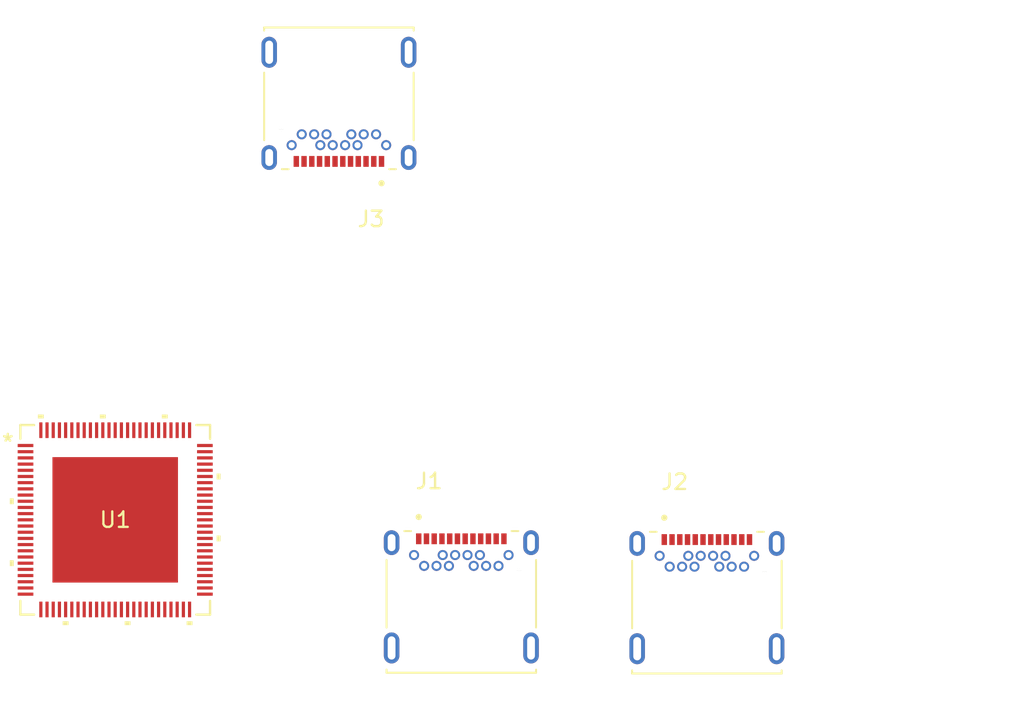
<source format=kicad_pcb>
(kicad_pcb (version 20240108) (generator "pcbnew") (generator_version "8.0")
  (layers (0 "F.Cu" signal) (31 "B.Cu" signal) (34 "B.Paste" user) (35 "F.Paste" user) (36 "B.SilkS" user "B.Silkscreen") (37 "F.SilkS" user "F.Silkscreen") (38 "B.Mask" user) (39 "F.Mask" user) (44 "Edge.Cuts" user))
  (net 0 "")
  (net 74 "Net-(J3-SSTXP1)")
  (footprint "usbcthing:CUI_UJ32-C-H-G-SMT-TR-68" (layer "F.Cu") (at 81 59.15)
    (property "Reference" "J2" (at -2.075 -8.55 0) (layer "F.SilkS"))
    (property "Value" "UJ32-C-H-G-SMT-TR-68")
    (fp_line (start -4.825 -3.455) (end -4.825 0.905) (stroke (width 0.127)) (layer "F.SilkS"))
    (fp_line (start -4.825 3.625) (end -4.825 3.825) (stroke (width 0.127)) (layer "F.SilkS"))
    (fp_line (start -4.825 3.825) (end 4.825 3.825) (stroke (width 0.127)) (layer "F.SilkS"))
    (fp_line (start -3.68 -5.325) (end -3.245 -5.325) (stroke (width 0.127)) (layer "F.SilkS"))
    (fp_line (start 3.68 -5.325) (end 3.245 -5.325) (stroke (width 0.127)) (layer "F.SilkS"))
    (fp_line (start 4.825 -3.455) (end 4.825 0.905) (stroke (width 0.127)) (layer "F.SilkS"))
    (fp_line (start 4.825 3.825) (end 4.825 3.625) (stroke (width 0.127)) (layer "F.SilkS"))
    (fp_circle (center -2.75 -6.235) (end -2.65 -6.235) (stroke (width 0.2)) (fill none) (layer "F.SilkS"))
    (fp_line (start 3.875 -2.75) (end 3.575 -2.75) (stroke (width 0.01)) (layer "Edge.Cuts"))
    (pad "" np_thru_hole circle (at -3.725 -3.075) (size 0.65 0.65) (drill 0.65) (layers "*.Cu" "*.Mask"))
    (pad "" np_thru_hole circle (at 3.725 -3.075) (size 0.65 0.65) (drill 0.65) (layers "*.Cu" "*.Mask"))
    (pad "A1" smd rect (at -2.75 -4.825) (size 0.35 0.7) (layers "F.Cu" "F.Paste"))
    (pad "A2" smd rect (at -2.25 -4.825) (size 0.35 0.7) (layers "F.Cu" "F.Paste"))
    (pad "A3" smd rect (at -1.75 -4.825) (size 0.35 0.7) (layers "F.Cu" "F.Paste"))
    (pad "A4" smd rect (at -1.25 -4.825) (size 0.35 0.7) (layers "F.Cu" "F.Paste"))
    (pad "A5" smd rect (at -0.75 -4.825) (size 0.35 0.7) (layers "F.Cu" "F.Paste"))
    (pad "A6" smd rect (at -0.25 -4.825) (size 0.35 0.7) (layers "F.Cu" "F.Paste"))
    (pad "A7" smd rect (at 0.25 -4.825) (size 0.35 0.7) (layers "F.Cu" "F.Paste"))
    (pad "A8" smd rect (at 0.75 -4.825) (size 0.35 0.7) (layers "F.Cu" "F.Paste"))
    (pad "A9" smd rect (at 1.25 -4.825) (size 0.35 0.7) (layers "F.Cu" "F.Paste"))
    (pad "A10" smd rect (at 1.75 -4.825) (size 0.35 0.7) (layers "F.Cu" "F.Paste"))
    (pad "A11" smd rect (at 2.25 -4.825) (size 0.35 0.7) (layers "F.Cu" "F.Paste"))
    (pad "A12" smd rect (at 2.75 -4.825) (size 0.35 0.7) (layers "F.Cu" "F.Paste"))
    (pad "B1" thru_hole circle (at 3.05 -3.775) (size 0.65 0.65) (drill 0.4) (layers "*.Cu" "*.Mask"))
    (pad "B2" thru_hole circle (at 2.4 -3.075) (size 0.65 0.65) (drill 0.4) (layers "*.Cu" "*.Mask"))
    (pad "B3" thru_hole circle (at 1.6 -3.075) (size 0.65 0.65) (drill 0.4) (layers "*.Cu" "*.Mask"))
    (pad "B4" thru_hole circle (at 1.2 -3.775) (size 0.65 0.65) (drill 0.4) (layers "*.Cu" "*.Mask"))
    (pad "B5" thru_hole circle (at 0.8 -3.075) (size 0.65 0.65) (drill 0.4) (layers "*.Cu" "*.Mask"))
    (pad "B6" thru_hole circle (at 0.4 -3.775) (size 0.65 0.65) (drill 0.4) (layers "*.Cu" "*.Mask"))
    (pad "B7" thru_hole circle (at -0.4 -3.775) (size 0.65 0.65) (drill 0.4) (layers "*.Cu" "*.Mask"))
    (pad "B8" thru_hole circle (at -0.8 -3.075) (size 0.65 0.65) (drill 0.4) (layers "*.Cu" "*.Mask"))
    (pad "B9" thru_hole circle (at -1.2 -3.775) (size 0.65 0.65) (drill 0.4) (layers "*.Cu" "*.Mask"))
    (pad "B10" thru_hole circle (at -1.6 -3.075) (size 0.65 0.65) (drill 0.4) (layers "*.Cu" "*.Mask"))
    (pad "B11" thru_hole circle (at -2.4 -3.075) (size 0.65 0.65) (drill 0.4) (layers "*.Cu" "*.Mask"))
    (pad "B12" thru_hole circle (at -3.05 -3.775) (size 0.65 0.65) (drill 0.4) (layers "*.Cu" "*.Mask"))
    (pad "SH1" thru_hole oval (at -4.5 2.225) (size 1 2) (drill oval 0.5 1.5) (layers "*.Cu" "*.Mask"))
    (pad "SH2" thru_hole oval (at 4.5 2.225) (size 1 2) (drill oval 0.5 1.5) (layers "*.Cu" "*.Mask"))
    (pad "SH3" thru_hole oval (at -4.5 -4.575) (size 1 1.6) (drill oval 0.5 1.1) (layers "*.Cu" "*.Mask"))
    (pad "SH4" thru_hole oval (at 4.5 -4.575) (size 1 1.6) (drill oval 0.5 1.1) (layers "*.Cu" "*.Mask"))
  )
  (footprint "usbcthing:CUI_UJ32-C-H-G-SMT-TR-68" (layer "F.Cu") (at 65.15 59.1)
    (property "Reference" "J1" (at -2.075 -8.55 0) (layer "F.SilkS"))
    (property "Value" "UJ32-C-H-G-SMT-TR-68")
    (fp_line (start -4.825 -3.455) (end -4.825 0.905) (stroke (width 0.127)) (layer "F.SilkS"))
    (fp_line (start -4.825 3.625) (end -4.825 3.825) (stroke (width 0.127)) (layer "F.SilkS"))
    (fp_line (start -4.825 3.825) (end 4.825 3.825) (stroke (width 0.127)) (layer "F.SilkS"))
    (fp_line (start -3.68 -5.325) (end -3.245 -5.325) (stroke (width 0.127)) (layer "F.SilkS"))
    (fp_line (start 3.68 -5.325) (end 3.245 -5.325) (stroke (width 0.127)) (layer "F.SilkS"))
    (fp_line (start 4.825 -3.455) (end 4.825 0.905) (stroke (width 0.127)) (layer "F.SilkS"))
    (fp_line (start 4.825 3.825) (end 4.825 3.625) (stroke (width 0.127)) (layer "F.SilkS"))
    (fp_circle (center -2.75 -6.235) (end -2.65 -6.235) (stroke (width 0.2)) (fill none) (layer "F.SilkS"))
    (fp_line (start 3.875 -2.75) (end 3.575 -2.75) (stroke (width 0.01)) (layer "Edge.Cuts"))
    (pad "" np_thru_hole circle (at -3.725 -3.075) (size 0.65 0.65) (drill 0.65) (layers "*.Cu" "*.Mask"))
    (pad "" np_thru_hole circle (at 3.725 -3.075) (size 0.65 0.65) (drill 0.65) (layers "*.Cu" "*.Mask"))
    (pad "A1" smd rect (at -2.75 -4.825) (size 0.35 0.7) (layers "F.Cu" "F.Paste"))
    (pad "A2" smd rect (at -2.25 -4.825) (size 0.35 0.7) (layers "F.Cu" "F.Paste"))
    (pad "A3" smd rect (at -1.75 -4.825) (size 0.35 0.7) (layers "F.Cu" "F.Paste"))
    (pad "A4" smd rect (at -1.25 -4.825) (size 0.35 0.7) (layers "F.Cu" "F.Paste"))
    (pad "A5" smd rect (at -0.75 -4.825) (size 0.35 0.7) (layers "F.Cu" "F.Paste"))
    (pad "A6" smd rect (at -0.25 -4.825) (size 0.35 0.7) (layers "F.Cu" "F.Paste"))
    (pad "A7" smd rect (at 0.25 -4.825) (size 0.35 0.7) (layers "F.Cu" "F.Paste"))
    (pad "A8" smd rect (at 0.75 -4.825) (size 0.35 0.7) (layers "F.Cu" "F.Paste"))
    (pad "A9" smd rect (at 1.25 -4.825) (size 0.35 0.7) (layers "F.Cu" "F.Paste"))
    (pad "A10" smd rect (at 1.75 -4.825) (size 0.35 0.7) (layers "F.Cu" "F.Paste"))
    (pad "A11" smd rect (at 2.25 -4.825) (size 0.35 0.7) (layers "F.Cu" "F.Paste"))
    (pad "A12" smd rect (at 2.75 -4.825) (size 0.35 0.7) (layers "F.Cu" "F.Paste"))
    (pad "B1" thru_hole circle (at 3.05 -3.775) (size 0.65 0.65) (drill 0.4) (layers "*.Cu" "*.Mask"))
    (pad "B2" thru_hole circle (at 2.4 -3.075) (size 0.65 0.65) (drill 0.4) (layers "*.Cu" "*.Mask"))
    (pad "B3" thru_hole circle (at 1.6 -3.075) (size 0.65 0.65) (drill 0.4) (layers "*.Cu" "*.Mask"))
    (pad "B4" thru_hole circle (at 1.2 -3.775) (size 0.65 0.65) (drill 0.4) (layers "*.Cu" "*.Mask"))
    (pad "B5" thru_hole circle (at 0.8 -3.075) (size 0.65 0.65) (drill 0.4) (layers "*.Cu" "*.Mask"))
    (pad "B6" thru_hole circle (at 0.4 -3.775) (size 0.65 0.65) (drill 0.4) (layers "*.Cu" "*.Mask"))
    (pad "B7" thru_hole circle (at -0.4 -3.775) (size 0.65 0.65) (drill 0.4) (layers "*.Cu" "*.Mask"))
    (pad "B8" thru_hole circle (at -0.8 -3.075) (size 0.65 0.65) (drill 0.4) (layers "*.Cu" "*.Mask"))
    (pad "B9" thru_hole circle (at -1.2 -3.775) (size 0.65 0.65) (drill 0.4) (layers "*.Cu" "*.Mask"))
    (pad "B10" thru_hole circle (at -1.6 -3.075) (size 0.65 0.65) (drill 0.4) (layers "*.Cu" "*.Mask"))
    (pad "B11" thru_hole circle (at -2.4 -3.075) (size 0.65 0.65) (drill 0.4) (layers "*.Cu" "*.Mask"))
    (pad "B12" thru_hole circle (at -3.05 -3.775) (size 0.65 0.65) (drill 0.4) (layers "*.Cu" "*.Mask"))
    (pad "SH1" thru_hole oval (at -4.5 2.225) (size 1 2) (drill oval 0.5 1.5) (layers "*.Cu" "*.Mask"))
    (pad "SH2" thru_hole oval (at 4.5 2.225) (size 1 2) (drill oval 0.5 1.5) (layers "*.Cu" "*.Mask"))
    (pad "SH3" thru_hole oval (at -4.5 -4.575) (size 1 1.6) (drill oval 0.5 1.1) (layers "*.Cu" "*.Mask"))
    (pad "SH4" thru_hole oval (at 4.5 -4.575) (size 1 1.6) (drill oval 0.5 1.1) (layers "*.Cu" "*.Mask"))
  )
  (footprint "usbcthing:CUI_UJ32-C-H-G-SMT-TR-68" (layer "F.Cu") (at 57.25 25.075 180)
    (property "Reference" "J3" (at -2.075 -8.55 0) (layer "F.SilkS"))
    (property "Value" "UJ32-C-H-G-SMT-TR-68")
    (fp_line (start 4.825 3.825) (end 4.825 3.625) (stroke (width 0.127)) (layer "F.SilkS"))
    (fp_line (start 4.825 -3.455) (end 4.825 0.905) (stroke (width 0.127)) (layer "F.SilkS"))
    (fp_line (start 3.68 -5.325) (end 3.245 -5.325) (stroke (width 0.127)) (layer "F.SilkS"))
    (fp_line (start -3.68 -5.325) (end -3.245 -5.325) (stroke (width 0.127)) (layer "F.SilkS"))
    (fp_line (start -4.825 3.825) (end 4.825 3.825) (stroke (width 0.127)) (layer "F.SilkS"))
    (fp_line (start -4.825 3.625) (end -4.825 3.825) (stroke (width 0.127)) (layer "F.SilkS"))
    (fp_line (start -4.825 -3.455) (end -4.825 0.905) (stroke (width 0.127)) (layer "F.SilkS"))
    (fp_circle (center -2.75 -6.235) (end -2.65 -6.235) (stroke (width 0.2)) (fill none) (layer "F.SilkS"))
    (fp_line (start 3.875 -2.75) (end 3.575 -2.75) (stroke (width 0.01)) (layer "Edge.Cuts"))
    (pad "" np_thru_hole circle (at -3.725 -3.075 180) (size 0.65 0.65) (drill 0.65) (layers "*.Cu" "*.Mask"))
    (pad "" np_thru_hole circle (at 3.725 -3.075 180) (size 0.65 0.65) (drill 0.65) (layers "*.Cu" "*.Mask"))
    (pad "A1" smd rect (at -2.75 -4.825 180) (size 0.35 0.7) (layers "F.Cu" "F.Paste"))
    (pad "A2" smd rect (at -2.25 -4.825 180) (size 0.35 0.7) (layers "F.Cu" "F.Paste") (net 74 "Net-(J3-SSTXP1)"))
    (pad "A3" smd rect (at -1.75 -4.825 180) (size 0.35 0.7) (layers "F.Cu" "F.Paste"))
    (pad "A4" smd rect (at -1.25 -4.825 180) (size 0.35 0.7) (layers "F.Cu" "F.Paste"))
    (pad "A5" smd rect (at -0.75 -4.825 180) (size 0.35 0.7) (layers "F.Cu" "F.Paste"))
    (pad "A6" smd rect (at -0.25 -4.825 180) (size 0.35 0.7) (layers "F.Cu" "F.Paste"))
    (pad "A7" smd rect (at 0.25 -4.825 180) (size 0.35 0.7) (layers "F.Cu" "F.Paste"))
    (pad "A8" smd rect (at 0.75 -4.825 180) (size 0.35 0.7) (layers "F.Cu" "F.Paste"))
    (pad "A9" smd rect (at 1.25 -4.825 180) (size 0.35 0.7) (layers "F.Cu" "F.Paste"))
    (pad "A10" smd rect (at 1.75 -4.825 180) (size 0.35 0.7) (layers "F.Cu" "F.Paste"))
    (pad "A11" smd rect (at 2.25 -4.825 180) (size 0.35 0.7) (layers "F.Cu" "F.Paste"))
    (pad "A12" smd rect (at 2.75 -4.825 180) (size 0.35 0.7) (layers "F.Cu" "F.Paste"))
    (pad "B1" thru_hole circle (at 3.05 -3.775 180) (size 0.65 0.65) (drill 0.4) (layers "*.Cu" "*.Mask"))
    (pad "B2" thru_hole circle (at 2.4 -3.075 180) (size 0.65 0.65) (drill 0.4) (layers "*.Cu" "*.Mask"))
    (pad "B3" thru_hole circle (at 1.6 -3.075 180) (size 0.65 0.65) (drill 0.4) (layers "*.Cu" "*.Mask"))
    (pad "B4" thru_hole circle (at 1.2 -3.775 180) (size 0.65 0.65) (drill 0.4) (layers "*.Cu" "*.Mask"))
    (pad "B5" thru_hole circle (at 0.8 -3.075 180) (size 0.65 0.65) (drill 0.4) (layers "*.Cu" "*.Mask"))
    (pad "B6" thru_hole circle (at 0.4 -3.775 180) (size 0.65 0.65) (drill 0.4) (layers "*.Cu" "*.Mask"))
    (pad "B7" thru_hole circle (at -0.4 -3.775 180) (size 0.65 0.65) (drill 0.4) (layers "*.Cu" "*.Mask"))
    (pad "B8" thru_hole circle (at -0.8 -3.075 180) (size 0.65 0.65) (drill 0.4) (layers "*.Cu" "*.Mask"))
    (pad "B9" thru_hole circle (at -1.2 -3.775 180) (size 0.65 0.65) (drill 0.4) (layers "*.Cu" "*.Mask"))
    (pad "B10" thru_hole circle (at -1.6 -3.075 180) (size 0.65 0.65) (drill 0.4) (layers "*.Cu" "*.Mask"))
    (pad "B11" thru_hole circle (at -2.4 -3.075 180) (size 0.65 0.65) (drill 0.4) (layers "*.Cu" "*.Mask"))
    (pad "B12" thru_hole circle (at -3.05 -3.775 180) (size 0.65 0.65) (drill 0.4) (layers "*.Cu" "*.Mask"))
    (pad "SH1" thru_hole oval (at -4.5 2.225 180) (size 1 2) (drill oval 0.5 1.5) (layers "*.Cu" "*.Mask"))
    (pad "SH2" thru_hole oval (at 4.5 2.225 180) (size 1 2) (drill oval 0.5 1.5) (layers "*.Cu" "*.Mask"))
    (pad "SH3" thru_hole oval (at -4.5 -4.575 180) (size 1 1.6) (drill oval 0.5 1.1) (layers "*.Cu" "*.Mask"))
    (pad "SH4" thru_hole oval (at 4.5 -4.575 180) (size 1 1.6) (drill oval 0.5 1.1) (layers "*.Cu" "*.Mask"))
  )
  (footprint "usb7051t:VQFN100_KDX_MCH" (layer "F.Cu") (at 42.8112 53.05)
    (property "Reference" "U1" (at 0 0 0) (layer "F.SilkS"))
    (property "Value" "USB7051T/KDX")
    (fp_line (start -6.1214 -6.1214) (end -6.1214 -5.234741) (stroke (width 0.1524)) (layer "F.SilkS"))
    (fp_line (start -6.1214 5.234741) (end -6.1214 6.1214) (stroke (width 0.1524)) (layer "F.SilkS"))
    (fp_line (start -6.1214 6.1214) (end -5.234741 6.1214) (stroke (width 0.1524)) (layer "F.SilkS"))
    (fp_line (start -5.234738 -6.1214) (end -6.1214 -6.1214) (stroke (width 0.1524)) (layer "F.SilkS"))
    (fp_line (start 5.234738 6.1214) (end 6.1214 6.1214) (stroke (width 0.1524)) (layer "F.SilkS"))
    (fp_line (start 6.1214 -6.1214) (end 5.234741 -6.1214) (stroke (width 0.1524)) (layer "F.SilkS"))
    (fp_line (start 6.1214 -5.234738) (end 6.1214 -6.1214) (stroke (width 0.1524)) (layer "F.SilkS"))
    (fp_line (start 6.1214 6.1214) (end 6.1214 5.234741) (stroke (width 0.1524)) (layer "F.SilkS"))
    (fp_poly (pts (xy -6.802399 -1.3905) (xy -6.802399 -1.0095) (xy -6.548399 -1.0095) (xy -6.548399 -1.3905)) (fill solid) (layer "F.SilkS"))
    (fp_poly (pts (xy -6.802399 2.609499) (xy -6.802399 2.990499) (xy -6.548399 2.990499) (xy -6.548399 2.609499)) (fill solid) (layer "F.SilkS"))
    (fp_poly (pts (xy -4.990501 -6.548399) (xy -4.990501 -6.802399) (xy -4.609501 -6.802399) (xy -4.609501 -6.548399)) (fill solid) (layer "F.SilkS"))
    (fp_poly (pts (xy -3.390499 6.548399) (xy -3.390499 6.802399) (xy -3.009499 6.802399) (xy -3.009499 6.548399)) (fill solid) (layer "F.SilkS"))
    (fp_poly (pts (xy -0.990501 -6.548399) (xy -0.990501 -6.802399) (xy -0.609501 -6.802399) (xy -0.609501 -6.548399)) (fill solid) (layer "F.SilkS"))
    (fp_poly (pts (xy 0.609501 6.548399) (xy 0.609501 6.802399) (xy 0.990501 6.802399) (xy 0.990501 6.548399)) (fill solid) (layer "F.SilkS"))
    (fp_poly (pts (xy 3.009499 -6.548399) (xy 3.009499 -6.802399) (xy 3.390499 -6.802399) (xy 3.390499 -6.548399)) (fill solid) (layer "F.SilkS"))
    (fp_poly (pts (xy 4.609501 6.548399) (xy 4.609501 6.802399) (xy 4.990501 6.802399) (xy 4.990501 6.548399)) (fill solid) (layer "F.SilkS"))
    (fp_poly (pts (xy 6.802399 -2.990499) (xy 6.802399 -2.609499) (xy 6.548399 -2.609499) (xy 6.548399 -2.990499)) (fill solid) (layer "F.SilkS"))
    (fp_poly (pts (xy 6.802399 1.0095) (xy 6.802399 1.3905) (xy 6.548399 1.3905) (xy 6.548399 1.0095)) (fill solid) (layer "F.SilkS"))
    (fp_text user "*" (at -6.9294 -4.999999 0) (layer "F.SilkS"))
    (fp_text user "*" (at -6.9294 -4.999999 0) (layer "F.SilkS"))
    (pad "1" smd rect (at -5.7888 -4.800001 90) (size 0.204 1.011199) (layers "F.Cu" "F.Paste" "F.Mask"))
    (pad "2" smd rect (at -5.7888 -4.399999 90) (size 0.204 1.011199) (layers "F.Cu" "F.Paste" "F.Mask"))
    (pad "3" smd rect (at -5.7888 -4 90) (size 0.204 1.011199) (layers "F.Cu" "F.Paste" "F.Mask"))
    (pad "4" smd rect (at -5.7888 -3.6 90) (size 0.204 1.011199) (layers "F.Cu" "F.Paste" "F.Mask"))
    (pad "5" smd rect (at -5.7888 -3.199999 90) (size 0.204 1.011199) (layers "F.Cu" "F.Paste" "F.Mask"))
    (pad "6" smd rect (at -5.7888 -2.799999 90) (size 0.204 1.011199) (layers "F.Cu" "F.Paste" "F.Mask"))
    (pad "7" smd rect (at -5.7888 -2.4 90) (size 0.204 1.011199) (layers "F.Cu" "F.Paste" "F.Mask"))
    (pad "8" smd rect (at -5.7888 -2.000001 90) (size 0.204 1.011199) (layers "F.Cu" "F.Paste" "F.Mask"))
    (pad "9" smd rect (at -5.7888 -1.599999 90) (size 0.204 1.011199) (layers "F.Cu" "F.Paste" "F.Mask"))
    (pad "10" smd rect (at -5.7888 -1.2 90) (size 0.204 1.011199) (layers "F.Cu" "F.Paste" "F.Mask"))
    (pad "11" smd rect (at -5.7888 -0.800001 90) (size 0.204 1.011199) (layers "F.Cu" "F.Paste" "F.Mask"))
    (pad "12" smd rect (at -5.7888 -0.399999 90) (size 0.204 1.011199) (layers "F.Cu" "F.Paste" "F.Mask"))
    (pad "13" smd rect (at -5.7888 0 90) (size 0.204 1.011199) (layers "F.Cu" "F.Paste" "F.Mask"))
    (pad "14" smd rect (at -5.7888 0.399999 90) (size 0.204 1.011199) (layers "F.Cu" "F.Paste" "F.Mask"))
    (pad "15" smd rect (at -5.7888 0.800001 90) (size 0.204 1.011199) (layers "F.Cu" "F.Paste" "F.Mask"))
    (pad "16" smd rect (at -5.7888 1.2 90) (size 0.204 1.011199) (layers "F.Cu" "F.Paste" "F.Mask"))
    (pad "17" smd rect (at -5.7888 1.599999 90) (size 0.204 1.011199) (layers "F.Cu" "F.Paste" "F.Mask"))
    (pad "18" smd rect (at -5.7888 1.999999 90) (size 0.204 1.011199) (layers "F.Cu" "F.Paste" "F.Mask"))
    (pad "19" smd rect (at -5.7888 2.4 90) (size 0.204 1.011199) (layers "F.Cu" "F.Paste" "F.Mask"))
    (pad "20" smd rect (at -5.7888 2.799999 90) (size 0.204 1.011199) (layers "F.Cu" "F.Paste" "F.Mask"))
    (pad "21" smd rect (at -5.7888 3.199999 90) (size 0.204 1.011199) (layers "F.Cu" "F.Paste" "F.Mask"))
    (pad "22" smd rect (at -5.7888 3.6 90) (size 0.204 1.011199) (layers "F.Cu" "F.Paste" "F.Mask"))
    (pad "23" smd rect (at -5.7888 4 90) (size 0.204 1.011199) (layers "F.Cu" "F.Paste" "F.Mask"))
    (pad "24" smd rect (at -5.7888 4.399999 90) (size 0.204 1.011199) (layers "F.Cu" "F.Paste" "F.Mask"))
    (pad "25" smd rect (at -5.7888 4.800001 90) (size 0.204 1.011199) (layers "F.Cu" "F.Paste" "F.Mask"))
    (pad "26" smd rect (at -4.800001 5.7888) (size 0.204 1.011199) (layers "F.Cu" "F.Paste" "F.Mask"))
    (pad "27" smd rect (at -4.399999 5.7888) (size 0.204 1.011199) (layers "F.Cu" "F.Paste" "F.Mask"))
    (pad "28" smd rect (at -4 5.7888) (size 0.204 1.011199) (layers "F.Cu" "F.Paste" "F.Mask"))
    (pad "29" smd rect (at -3.6 5.7888) (size 0.204 1.011199) (layers "F.Cu" "F.Paste" "F.Mask"))
    (pad "30" smd rect (at -3.199999 5.7888) (size 0.204 1.011199) (layers "F.Cu" "F.Paste" "F.Mask"))
    (pad "31" smd rect (at -2.799999 5.7888) (size 0.204 1.011199) (layers "F.Cu" "F.Paste" "F.Mask"))
    (pad "32" smd rect (at -2.4 5.7888) (size 0.204 1.011199) (layers "F.Cu" "F.Paste" "F.Mask"))
    (pad "33" smd rect (at -2.000001 5.7888) (size 0.204 1.011199) (layers "F.Cu" "F.Paste" "F.Mask"))
    (pad "34" smd rect (at -1.599999 5.7888) (size 0.204 1.011199) (layers "F.Cu" "F.Paste" "F.Mask"))
    (pad "35" smd rect (at -1.2 5.7888) (size 0.204 1.011199) (layers "F.Cu" "F.Paste" "F.Mask"))
    (pad "36" smd rect (at -0.800001 5.7888) (size 0.204 1.011199) (layers "F.Cu" "F.Paste" "F.Mask"))
    (pad "37" smd rect (at -0.399999 5.7888) (size 0.204 1.011199) (layers "F.Cu" "F.Paste" "F.Mask"))
    (pad "38" smd rect (at 0 5.7888) (size 0.204 1.011199) (layers "F.Cu" "F.Paste" "F.Mask"))
    (pad "39" smd rect (at 0.399999 5.7888) (size 0.204 1.011199) (layers "F.Cu" "F.Paste" "F.Mask"))
    (pad "40" smd rect (at 0.800001 5.7888) (size 0.204 1.011199) (layers "F.Cu" "F.Paste" "F.Mask"))
    (pad "41" smd rect (at 1.2 5.7888) (size 0.204 1.011199) (layers "F.Cu" "F.Paste" "F.Mask"))
    (pad "42" smd rect (at 1.599999 5.7888) (size 0.204 1.011199) (layers "F.Cu" "F.Paste" "F.Mask"))
    (pad "43" smd rect (at 1.999999 5.7888) (size 0.204 1.011199) (layers "F.Cu" "F.Paste" "F.Mask"))
    (pad "44" smd rect (at 2.4 5.7888) (size 0.204 1.011199) (layers "F.Cu" "F.Paste" "F.Mask"))
    (pad "45" smd rect (at 2.799999 5.7888) (size 0.204 1.011199) (layers "F.Cu" "F.Paste" "F.Mask"))
    (pad "46" smd rect (at 3.199999 5.7888) (size 0.204 1.011199) (layers "F.Cu" "F.Paste" "F.Mask"))
    (pad "47" smd rect (at 3.6 5.7888) (size 0.204 1.011199) (layers "F.Cu" "F.Paste" "F.Mask"))
    (pad "48" smd rect (at 4 5.7888) (size 0.204 1.011199) (layers "F.Cu" "F.Paste" "F.Mask"))
    (pad "49" smd rect (at 4.399999 5.7888) (size 0.204 1.011199) (layers "F.Cu" "F.Paste" "F.Mask"))
    (pad "50" smd rect (at 4.799998 5.7888) (size 0.204 1.011199) (layers "F.Cu" "F.Paste" "F.Mask"))
    (pad "51" smd rect (at 5.7888 4.800001 90) (size 0.204 1.011199) (layers "F.Cu" "F.Paste" "F.Mask"))
    (pad "52" smd rect (at 5.7888 4.399999 90) (size 0.204 1.011199) (layers "F.Cu" "F.Paste" "F.Mask"))
    (pad "53" smd rect (at 5.7888 4 90) (size 0.204 1.011199) (layers "F.Cu" "F.Paste" "F.Mask"))
    (pad "54" smd rect (at 5.7888 3.6 90) (size 0.204 1.011199) (layers "F.Cu" "F.Paste" "F.Mask"))
    (pad "55" smd rect (at 5.7888 3.199999 90) (size 0.204 1.011199) (layers "F.Cu" "F.Paste" "F.Mask"))
    (pad "56" smd rect (at 5.7888 2.799999 90) (size 0.204 1.011199) (layers "F.Cu" "F.Paste" "F.Mask"))
    (pad "57" smd rect (at 5.7888 2.4 90) (size 0.204 1.011199) (layers "F.Cu" "F.Paste" "F.Mask"))
    (pad "58" smd rect (at 5.7888 2.000001 90) (size 0.204 1.011199) (layers "F.Cu" "F.Paste" "F.Mask"))
    (pad "59" smd rect (at 5.7888 1.599999 90) (size 0.204 1.011199) (layers "F.Cu" "F.Paste" "F.Mask"))
    (pad "60" smd rect (at 5.7888 1.2 90) (size 0.204 1.011199) (layers "F.Cu" "F.Paste" "F.Mask"))
    (pad "61" smd rect (at 5.7888 0.800001 90) (size 0.204 1.011199) (layers "F.Cu" "F.Paste" "F.Mask"))
    (pad "62" smd rect (at 5.7888 0.399999 90) (size 0.204 1.011199) (layers "F.Cu" "F.Paste" "F.Mask"))
    (pad "63" smd rect (at 5.7888 0 90) (size 0.204 1.011199) (layers "F.Cu" "F.Paste" "F.Mask"))
    (pad "64" smd rect (at 5.7888 -0.399999 90) (size 0.204 1.011199) (layers "F.Cu" "F.Paste" "F.Mask"))
    (pad "65" smd rect (at 5.7888 -0.800001 90) (size 0.204 1.011199) (layers "F.Cu" "F.Paste" "F.Mask"))
    (pad "66" smd rect (at 5.7888 -1.2 90) (size 0.204 1.011199) (layers "F.Cu" "F.Paste" "F.Mask"))
    (pad "67" smd rect (at 5.7888 -1.599999 90) (size 0.204 1.011199) (layers "F.Cu" "F.Paste" "F.Mask"))
    (pad "68" smd rect (at 5.7888 -1.999999 90) (size 0.204 1.011199) (layers "F.Cu" "F.Paste" "F.Mask"))
    (pad "69" smd rect (at 5.7888 -2.4 90) (size 0.204 1.011199) (layers "F.Cu" "F.Paste" "F.Mask"))
    (pad "70" smd rect (at 5.7888 -2.799999 90) (size 0.204 1.011199) (layers "F.Cu" "F.Paste" "F.Mask"))
    (pad "71" smd rect (at 5.7888 -3.199999 90) (size 0.204 1.011199) (layers "F.Cu" "F.Paste" "F.Mask"))
    (pad "72" smd rect (at 5.7888 -3.6 90) (size 0.204 1.011199) (layers "F.Cu" "F.Paste" "F.Mask"))
    (pad "73" smd rect (at 5.7888 -4 90) (size 0.204 1.011199) (layers "F.Cu" "F.Paste" "F.Mask"))
    (pad "74" smd rect (at 5.7888 -4.399999 90) (size 0.204 1.011199) (layers "F.Cu" "F.Paste" "F.Mask"))
    (pad "75" smd rect (at 5.7888 -4.799998 90) (size 0.204 1.011199) (layers "F.Cu" "F.Paste" "F.Mask"))
    (pad "76" smd rect (at 4.800001 -5.7888) (size 0.204 1.011199) (layers "F.Cu" "F.Paste" "F.Mask"))
    (pad "77" smd rect (at 4.399999 -5.7888) (size 0.204 1.011199) (layers "F.Cu" "F.Paste" "F.Mask"))
    (pad "78" smd rect (at 4 -5.7888) (size 0.204 1.011199) (layers "F.Cu" "F.Paste" "F.Mask"))
    (pad "79" smd rect (at 3.6 -5.7888) (size 0.204 1.011199) (layers "F.Cu" "F.Paste" "F.Mask"))
    (pad "80" smd rect (at 3.199999 -5.7888) (size 0.204 1.011199) (layers "F.Cu" "F.Paste" "F.Mask"))
    (pad "81" smd rect (at 2.799999 -5.7888) (size 0.204 1.011199) (layers "F.Cu" "F.Paste" "F.Mask"))
    (pad "82" smd rect (at 2.4 -5.7888) (size 0.204 1.011199) (layers "F.Cu" "F.Paste" "F.Mask"))
    (pad "83" smd rect (at 2.000001 -5.7888) (size 0.204 1.011199) (layers "F.Cu" "F.Paste" "F.Mask"))
    (pad "84" smd rect (at 1.599999 -5.7888) (size 0.204 1.011199) (layers "F.Cu" "F.Paste" "F.Mask"))
    (pad "85" smd rect (at 1.2 -5.7888) (size 0.204 1.011199) (layers "F.Cu" "F.Paste" "F.Mask"))
    (pad "86" smd rect (at 0.800001 -5.7888) (size 0.204 1.011199) (layers "F.Cu" "F.Paste" "F.Mask"))
    (pad "87" smd rect (at 0.399999 -5.7888) (size 0.204 1.011199) (layers "F.Cu" "F.Paste" "F.Mask"))
    (pad "88" smd rect (at 0 -5.7888) (size 0.204 1.011199) (layers "F.Cu" "F.Paste" "F.Mask"))
    (pad "89" smd rect (at -0.399999 -5.7888) (size 0.204 1.011199) (layers "F.Cu" "F.Paste" "F.Mask"))
    (pad "90" smd rect (at -0.800001 -5.7888) (size 0.204 1.011199) (layers "F.Cu" "F.Paste" "F.Mask"))
    (pad "91" smd rect (at -1.2 -5.7888) (size 0.204 1.011199) (layers "F.Cu" "F.Paste" "F.Mask") (net 74 "Net-(J3-SSTXP1)"))
    (pad "92" smd rect (at -1.599999 -5.7888) (size 0.204 1.011199) (layers "F.Cu" "F.Paste" "F.Mask"))
    (pad "93" smd rect (at -1.999999 -5.7888) (size 0.204 1.011199) (layers "F.Cu" "F.Paste" "F.Mask"))
    (pad "94" smd rect (at -2.4 -5.7888) (size 0.204 1.011199) (layers "F.Cu" "F.Paste" "F.Mask"))
    (pad "95" smd rect (at -2.799999 -5.7888) (size 0.204 1.011199) (layers "F.Cu" "F.Paste" "F.Mask"))
    (pad "96" smd rect (at -3.199999 -5.7888) (size 0.204 1.011199) (layers "F.Cu" "F.Paste" "F.Mask"))
    (pad "97" smd rect (at -3.6 -5.7888) (size 0.204 1.011199) (layers "F.Cu" "F.Paste" "F.Mask"))
    (pad "98" smd rect (at -4 -5.7888) (size 0.204 1.011199) (layers "F.Cu" "F.Paste" "F.Mask"))
    (pad "99" smd rect (at -4.399999 -5.7888) (size 0.204 1.011199) (layers "F.Cu" "F.Paste" "F.Mask"))
    (pad "100" smd rect (at -4.799998 -5.7888) (size 0.204 1.011199) (layers "F.Cu" "F.Paste" "F.Mask"))
    (pad "101" smd rect (at 0 0) (size 8.1026 8.1026) (layers "F.Cu" "F.Paste" "F.Mask"))
  )
)
</source>
